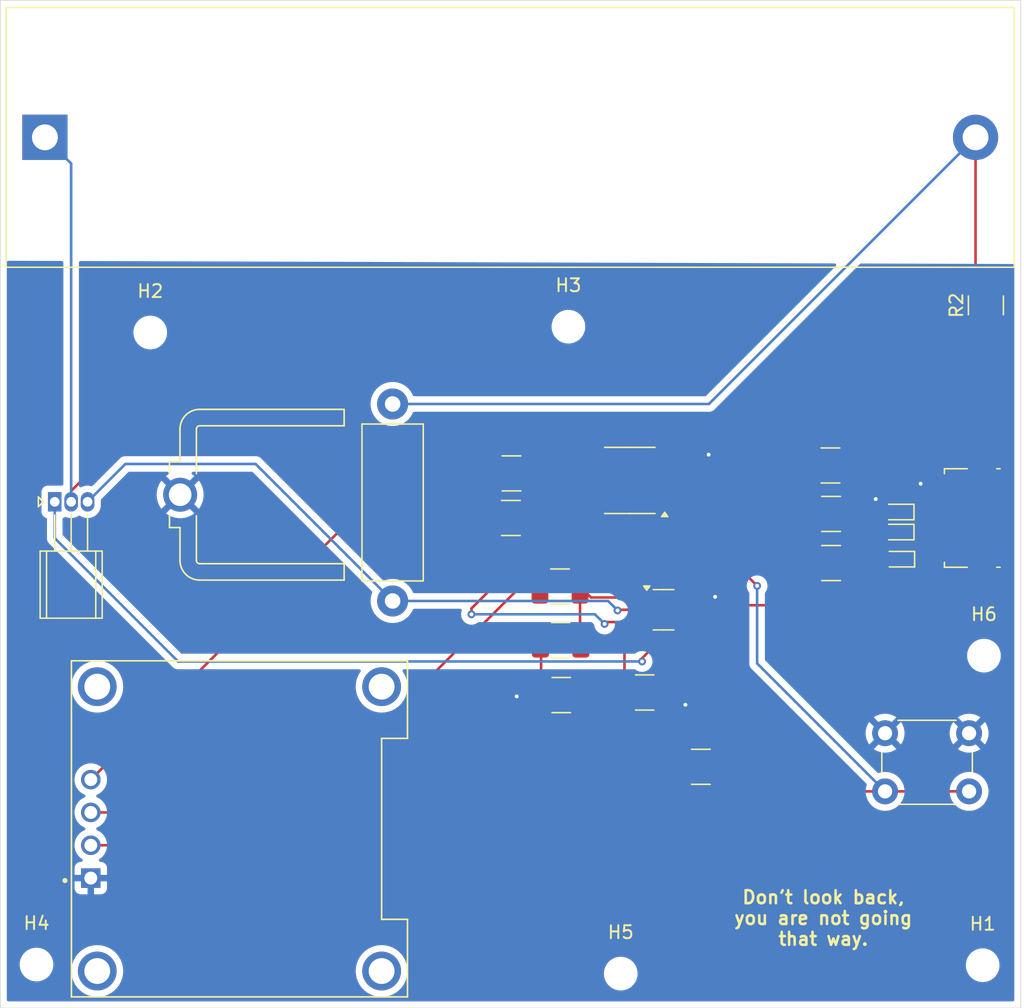
<source format=kicad_pcb>
(kicad_pcb (version 20240108) (generator "pcbnew") (generator_version "8.0")
  (title_block (title "IRS") (date "2024-10-06") (company "Prince Lee Muhera"))
  (layers (0 "F.Cu" signal) (31 "B.Cu" signal) (34 "B.Paste" user) (35 "F.Paste" user) (36 "B.SilkS" user "B.Silkscreen") (37 "F.SilkS" user "F.Silkscreen") (38 "B.Mask" user) (39 "F.Mask" user) (44 "Edge.Cuts" user))
  (net 0 "")
  (net 1 "/DP{slash}BAT+")
  (net 2 "/Battery-")
  (net 3 "/VIN")
  (net 4 "GND")
  (net 5 "Net-(U2-+)")
  (net 6 "Net-(D1-K)")
  (net 8 "Net-(Q1-S)")
  (net 9 "Net-(Q1-G)")
  (net 10 "/DN")
  (net 11 "/PWM")
  (net 12 "/SW")
  (net 13 "/SCL")
  (net 14 "/SDA")
  (net 15 "/D_N")
  (net 16 "/D_P")
  (footprint "Capacitor_SMD:C_1210_3225Metric_Pad1.33x2.70mm_HandSolder" (layer "F.Cu") (at 91.4 76.8 180)
    (property "Reference" "C3" (hide yes))
    (property "Value" "100nF/16V" (hide yes))
    (fp_line (start -0.711252 1.36) (end 0.711252 1.36) (stroke (width 0.12)) (layer "F.SilkS"))
    (fp_line (start -0.711252 -1.36) (end 0.711252 -1.36) (stroke (width 0.12)) (layer "F.SilkS"))
    (pad "1" smd roundrect (at -1.5625 0 180) (size 1.325 2.7) (layers "F.Cu" "F.Paste" "F.Mask") (roundrect_rratio 0.188679) (net 5 "Net-(U2-+)"))
    (pad "2" smd roundrect (at 1.5625 0 180) (size 1.325 2.7) (layers "F.Cu" "F.Paste" "F.Mask") (roundrect_rratio 0.188679) (net 4 "GND"))
  )
  (footprint "MountingHole:MountingHole_2.1mm" (layer "F.Cu") (at 124.05 101.95)
    (property "Reference" "H1" (at 0 -3.2 0) (layer "F.SilkS"))
    (property "Value" "MountingHole" (hide yes))
    (pad "" np_thru_hole circle (at 0 0) (size 2.1 2.1) (drill 2.1) (layers "*.Cu" "*.Mask"))
  )
  (footprint "Capacitor_SMD:C_1210_3225Metric_Pad1.33x2.70mm_HandSolder" (layer "F.Cu") (at 91.45 81.05 180)
    (property "Reference" "C1" (hide yes))
    (property "Value" "1uF/16V" (hide yes))
    (fp_line (start -0.711252 1.36) (end 0.711252 1.36) (stroke (width 0.12)) (layer "F.SilkS"))
    (fp_line (start -0.711252 -1.36) (end 0.711252 -1.36) (stroke (width 0.12)) (layer "F.SilkS"))
    (pad "1" smd roundrect (at -1.5625 0 180) (size 1.325 2.7) (layers "F.Cu" "F.Paste" "F.Mask") (roundrect_rratio 0.188679) (net 3 "/VIN"))
    (pad "2" smd roundrect (at 1.5625 0 180) (size 1.325 2.7) (layers "F.Cu" "F.Paste" "F.Mask") (roundrect_rratio 0.188679) (net 4 "GND"))
  )
  (footprint "Resistor_THT:R_Axial_DIN0414_L11.9mm_D4.5mm_P15.24mm_Horizontal" (layer "F.Cu") (at 78.4 73.77 90)
    (property "Reference" "R1" (hide yes))
    (property "Value" "0.5R-5W" (hide yes))
    (fp_line (start 13.69 -2.37) (end 1.55 -2.37) (stroke (width 0.12)) (layer "F.SilkS"))
    (fp_line (start 1.55 -2.37) (end 1.55 2.37) (stroke (width 0.12)) (layer "F.SilkS"))
    (fp_line (start 13.8 0) (end 13.69 0) (stroke (width 0.12)) (layer "F.SilkS"))
    (fp_line (start 1.44 0) (end 1.55 0) (stroke (width 0.12)) (layer "F.SilkS"))
    (fp_line (start 13.69 2.37) (end 13.69 -2.37) (stroke (width 0.12)) (layer "F.SilkS"))
    (fp_line (start 1.55 2.37) (end 13.69 2.37) (stroke (width 0.12)) (layer "F.SilkS"))
    (pad "1" thru_hole circle (at 0 0 90) (size 2.4 2.4) (drill 1.2) (layers "*.Cu" "*.Mask") (net 8 "Net-(Q1-S)"))
    (pad "2" thru_hole oval (at 15.24 0 90) (size 2.4 2.4) (drill 1.2) (layers "*.Cu" "*.Mask") (net 2 "/Battery-"))
  )
  (footprint "Diode_SMD:D_SOD-523" (layer "F.Cu") (at 117.475 66.8875 180)
    (property "Reference" "D3" (hide yes))
    (property "Value" "1N4148WT" (hide yes))
    (fp_line (start 0.7 0.6) (end -1.26 0.6) (stroke (width 0.12)) (layer "F.SilkS"))
    (fp_line (start 0.7 -0.6) (end -1.26 -0.6) (stroke (width 0.12)) (layer "F.SilkS"))
    (fp_line (start -1.26 -0.6) (end -1.26 0.6) (stroke (width 0.12)) (layer "F.SilkS"))
    (pad "1" smd roundrect (at -0.7 0) (size 0.6 0.7) (layers "F.Cu" "F.Paste" "F.Mask") (net 16 "/D_P"))
    (pad "2" smd roundrect (at 0.7 0) (size 0.6 0.7) (layers "F.Cu" "F.Paste" "F.Mask") (net 4 "GND"))
  )
  (footprint "Resistor_SMD:R_1210_3225Metric_Pad1.30x2.65mm_HandSolder" (layer "F.Cu") (at 112.325 70.8375)
    (property "Reference" "R4" (hide yes))
    (property "Value" "1k" (hide yes))
    (fp_line (start -0.723737 -1.355) (end 0.723737 -1.355) (stroke (width 0.12)) (layer "F.SilkS"))
    (fp_line (start -0.723737 1.355) (end 0.723737 1.355) (stroke (width 0.12)) (layer "F.SilkS"))
    (pad "1" smd roundrect (at -1.55 0) (size 1.3 2.65) (layers "F.Cu" "F.Paste" "F.Mask") (roundrect_rratio 0.192308) (net 10 "/DN"))
    (pad "2" smd roundrect (at 1.55 0) (size 1.3 2.65) (layers "F.Cu" "F.Paste" "F.Mask") (roundrect_rratio 0.192308) (net 3 "/VIN"))
  )
  (footprint "MountingHole:MountingHole_2.1mm" (layer "F.Cu") (at 59.65 53)
    (property "Reference" "H2" (at 0 -3.2 0) (layer "F.SilkS"))
    (property "Value" "MountingHole" (hide yes))
    (pad "" np_thru_hole circle (at 0 0) (size 2.1 2.1) (drill 2.1) (layers "*.Cu" "*.Mask"))
  )
  (footprint "Resistor_SMD:R_1210_3225Metric_Pad1.30x2.65mm_HandSolder" (layer "F.Cu") (at 91.35 72.65)
    (property "Reference" "R6" (hide yes))
    (property "Value" "100k" (hide yes))
    (fp_line (start -0.723737 -1.355) (end 0.723737 -1.355) (stroke (width 0.12)) (layer "F.SilkS"))
    (fp_line (start -0.723737 1.355) (end 0.723737 1.355) (stroke (width 0.12)) (layer "F.SilkS"))
    (pad "1" smd roundrect (at -1.55 0) (size 1.3 2.65) (layers "F.Cu" "F.Paste" "F.Mask") (roundrect_rratio 0.192308) (net 11 "/PWM"))
    (pad "2" smd roundrect (at 1.55 0) (size 1.3 2.65) (layers "F.Cu" "F.Paste" "F.Mask") (roundrect_rratio 0.192308) (net 5 "Net-(U2-+)"))
  )
  (footprint "Button_Switch_THT:SW_PUSH_6mm" (layer "F.Cu") (at 116.5 84)
    (property "Reference" "SW1" (hide yes))
    (property "Value" "SW_Push" (hide yes))
    (fp_line (start -0.25 1.5) (end -0.25 3) (stroke (width 0.12)) (layer "F.SilkS"))
    (fp_line (start 1 5.5) (end 5.5 5.5) (stroke (width 0.12)) (layer "F.SilkS"))
    (fp_line (start 5.5 -1) (end 1 -1) (stroke (width 0.12)) (layer "F.SilkS"))
    (fp_line (start 6.75 3) (end 6.75 1.5) (stroke (width 0.12)) (layer "F.SilkS"))
    (pad "1" thru_hole circle (at 0 0 90) (size 2 2) (drill 1.1) (layers "*.Cu" "*.Mask") (net 4 "GND"))
    (pad "1" thru_hole circle (at 6.5 0 90) (size 2 2) (drill 1.1) (layers "*.Cu" "*.Mask") (net 4 "GND"))
    (pad "2" thru_hole circle (at 0 4.5 90) (size 2 2) (drill 1.1) (layers "*.Cu" "*.Mask") (net 12 "/SW"))
    (pad "2" thru_hole circle (at 6.5 4.5 90) (size 2 2) (drill 1.1) (layers "*.Cu" "*.Mask") (net 12 "/SW"))
  )
  (footprint "Package_TO_SOT_THT:TO-92_Inline_W4.0mm_Horizontal_FlatSideDown" (layer "F.Cu") (at 52.26 66.1)
    (property "Reference" "Q1" (hide yes))
    (property "Value" "IRLZ44N" (hide yes))
    (fp_line (start -1.27 -0.381) (end -1.27 0.381) (stroke (width 0.12)) (layer "F.SilkS"))
    (fp_line (start -1.27 0.381) (end -0.889 0) (stroke (width 0.12)) (layer "F.SilkS"))
    (fp_line (start -1.13 3.81) (end 3.67 3.81) (stroke (width 0.12)) (layer "F.SilkS"))
    (fp_line (start -1.13 9) (end -1.13 3.81) (stroke (width 0.12)) (layer "F.SilkS"))
    (fp_line (start -0.889 0) (end -1.27 -0.381) (stroke (width 0.12)) (layer "F.SilkS"))
    (fp_line (start -0.635 3.81) (end -0.635 9.017) (stroke (width 0.12)) (layer "F.SilkS"))
    (fp_line (start 0 1.02) (end 0 3.81) (stroke (width 0.12)) (layer "F.SilkS"))
    (fp_line (start 1.27 1.02) (end 1.27 3.81) (stroke (width 0.12)) (layer "F.SilkS"))
    (fp_line (start 2.54 1.02) (end 2.54 3.81) (stroke (width 0.12)) (layer "F.SilkS"))
    (fp_line (start 3.175 3.81) (end 3.175 9.017) (stroke (width 0.12)) (layer "F.SilkS"))
    (fp_line (start 3.67 3.81) (end 3.67 9) (stroke (width 0.12)) (layer "F.SilkS"))
    (fp_line (start 3.67 9) (end -1.13 9) (stroke (width 0.12)) (layer "F.SilkS"))
    (pad "1" thru_hole rect (at 0 0) (size 1.05 1.5) (drill 0.75) (layers "*.Cu" "*.Mask") (net 9 "Net-(Q1-G)"))
    (pad "2" thru_hole oval (at 1.27 0) (size 1.05 1.5) (drill 0.75) (layers "*.Cu" "*.Mask") (net 1 "/DP{slash}BAT+"))
    (pad "3" thru_hole oval (at 2.54 0) (size 1.05 1.5) (drill 0.75) (layers "*.Cu" "*.Mask") (net 8 "Net-(Q1-S)"))
  )
  (footprint "OLED:MODULE_DM-OLED096-636" (layer "F.Cu") (at 66.55 91.4 90)
    (property "Reference" "U3" (hide yes))
    (property "Value" "DM-OLED096-636" (hide yes))
    (fp_line (start 13 -13) (end 13 13) (stroke (width 0.127)) (layer "F.SilkS"))
    (fp_line (start -13 -13) (end 13 -13) (stroke (width 0.127)) (layer "F.SilkS"))
    (fp_line (start 7 11) (end -7 11) (stroke (width 0.127)) (layer "F.SilkS"))
    (fp_line (start -7 11) (end -7 13) (stroke (width 0.127)) (layer "F.SilkS"))
    (fp_line (start 13 13) (end 7 13) (stroke (width 0.127)) (layer "F.SilkS"))
    (fp_line (start 7 13) (end 7 11) (stroke (width 0.127)) (layer "F.SilkS"))
    (fp_line (start -7 13) (end -13 13) (stroke (width 0.127)) (layer "F.SilkS"))
    (fp_line (start -13 13) (end -13 -13) (stroke (width 0.127)) (layer "F.SilkS"))
    (fp_circle (center -4 -13.5) (end -3.9 -13.5) (stroke (width 0.2)) (fill none) (layer "F.SilkS"))
    (pad "1" thru_hole rect (at -3.81 -11.5 90) (size 1.508 1.508) (drill 1) (layers "*.Cu" "*.Mask") (net 4 "GND"))
    (pad "2" thru_hole circle (at -1.27 -11.5 90) (size 1.508 1.508) (drill 1) (layers "*.Cu" "*.Mask") (net 3 "/VIN"))
    (pad "3" thru_hole circle (at 1.27 -11.5 90) (size 1.508 1.508) (drill 1) (layers "*.Cu" "*.Mask") (net 13 "/SCL"))
    (pad "4" thru_hole circle (at 3.81 -11.5 90) (size 1.508 1.508) (drill 1) (layers "*.Cu" "*.Mask") (net 14 "/SDA"))
    (pad "S1" thru_hole circle (at -11 -11 90) (size 3 3) (drill 2) (layers "*.Cu" "*.Mask"))
    (pad "S2" thru_hole circle (at 11 -11 90) (size 3 3) (drill 2) (layers "*.Cu" "*.Mask"))
    (pad "S3" thru_hole circle (at 11 11 90) (size 3 3) (drill 2) (layers "*.Cu" "*.Mask"))
    (pad "S4" thru_hole circle (at -11 11 90) (size 3 3) (drill 2) (layers "*.Cu" "*.Mask"))
  )
  (footprint "Resistor_SMD:R_1210_3225Metric_Pad1.30x2.65mm_HandSolder" (layer "F.Cu") (at 112.325 67.0375)
    (property "Reference" "R3" (hide yes))
    (property "Value" "47R" (hide yes))
    (fp_line (start -0.723737 -1.355) (end 0.723737 -1.355) (stroke (width 0.12)) (layer "F.SilkS"))
    (fp_line (start -0.723737 1.355) (end 0.723737 1.355) (stroke (width 0.12)) (layer "F.SilkS"))
    (pad "1" smd roundrect (at -1.55 0) (size 1.3 2.65) (layers "F.Cu" "F.Paste" "F.Mask") (roundrect_rratio 0.192308) (net 10 "/DN"))
    (pad "2" smd roundrect (at 1.55 0) (size 1.3 2.65) (layers "F.Cu" "F.Paste" "F.Mask") (roundrect_rratio 0.192308) (net 15 "/D_N"))
  )
  (footprint "Resistor_SMD:R_1210_3225Metric_Pad1.30x2.65mm_HandSolder" (layer "F.Cu") (at 124.3 50.9 90)
    (property "Reference" "R2" (at 0 -2.28 90) (layer "F.SilkS"))
    (property "Value" "0R" (hide yes))
    (fp_line (start -0.723737 -1.355) (end 0.723737 -1.355) (stroke (width 0.12)) (layer "F.SilkS"))
    (fp_line (start -0.723737 1.355) (end 0.723737 1.355) (stroke (width 0.12)) (layer "F.SilkS"))
    (pad "1" smd roundrect (at -1.55 0 90) (size 1.3 2.65) (layers "F.Cu" "F.Paste" "F.Mask") (roundrect_rratio 0.192308) (net 4 "GND"))
    (pad "2" smd roundrect (at 1.55 0 90) (size 1.3 2.65) (layers "F.Cu" "F.Paste" "F.Mask") (roundrect_rratio 0.192308) (net 2 "/Battery-"))
  )
  (footprint "Capacitor_SMD:C_1210_3225Metric_Pad1.33x2.70mm_HandSolder" (layer "F.Cu") (at 97.9 80.85)
    (property "Reference" "C2" (hide yes))
    (property "Value" "100nF/16V" (hide yes))
    (fp_line (start -0.711252 -1.36) (end 0.711252 -1.36) (stroke (width 0.12)) (layer "F.SilkS"))
    (fp_line (start -0.711252 1.36) (end 0.711252 1.36) (stroke (width 0.12)) (layer "F.SilkS"))
    (pad "1" smd roundrect (at -1.5625 0) (size 1.325 2.7) (layers "F.Cu" "F.Paste" "F.Mask") (roundrect_rratio 0.188679) (net 3 "/VIN"))
    (pad "2" smd roundrect (at 1.5625 0) (size 1.325 2.7) (layers "F.Cu" "F.Paste" "F.Mask") (roundrect_rratio 0.188679) (net 4 "GND"))
  )
  (footprint "MountingHole:MountingHole_2.1mm" (layer "F.Cu") (at 92 52.55)
    (property "Reference" "H3" (at 0 -3.2 0) (layer "F.SilkS"))
    (property "Value" "MountingHole" (hide yes))
    (pad "" np_thru_hole circle (at 0 0) (size 2.1 2.1) (drill 2.1) (layers "*.Cu" "*.Mask"))
  )
  (footprint "MountingHole:MountingHole_2.1mm" (layer "F.Cu") (at 124.15 78)
    (property "Reference" "H6" (at 0 -3.2 0) (layer "F.SilkS"))
    (property "Value" "MountingHole" (hide yes))
    (pad "" np_thru_hole circle (at 0 0) (size 2.1 2.1) (drill 2.1) (layers "*.Cu" "*.Mask"))
  )
  (footprint "MountingHole:MountingHole_2.1mm" (layer "F.Cu") (at 50.85 101.9)
    (property "Reference" "H4" (at 0 -3.2 0) (layer "F.SilkS"))
    (property "Value" "MountingHole" (hide yes))
    (pad "" np_thru_hole circle (at 0 0) (size 2.1 2.1) (drill 2.1) (layers "*.Cu" "*.Mask"))
  )
  (footprint "Package_TO_SOT_SMD:SOT-23-5" (layer "F.Cu") (at 99.3625 74.45)
    (property "Reference" "U2" (hide yes))
    (property "Value" "LM1875" (hide yes))
    (fp_line (start 0 -1.56) (end -0.8 -1.56) (stroke (width 0.12)) (layer "F.SilkS"))
    (fp_line (start 0 -1.56) (end 0.8 -1.56) (stroke (width 0.12)) (layer "F.SilkS"))
    (fp_line (start 0 1.56) (end -0.8 1.56) (stroke (width 0.12)) (layer "F.SilkS"))
    (fp_line (start 0 1.56) (end 0.8 1.56) (stroke (width 0.12)) (layer "F.SilkS"))
    (fp_poly (pts (xy -1.3 -1.51) (xy -1.54 -1.84) (xy -1.06 -1.84) (xy -1.3 -1.51)) (stroke (width 0.12)) (fill solid) (layer "F.SilkS"))
    (pad "1" smd roundrect (at -1.1375 -0.95) (size 1.325 0.6) (layers "F.Cu" "F.Paste" "F.Mask") (net 5 "Net-(U2-+)"))
    (pad "2" smd roundrect (at -1.1375 0) (size 1.325 0.6) (layers "F.Cu" "F.Paste" "F.Mask") (net 8 "Net-(Q1-S)"))
    (pad "3" smd roundrect (at -1.1375 0.95) (size 1.325 0.6) (layers "F.Cu" "F.Paste" "F.Mask") (net 3 "/VIN"))
    (pad "4" smd roundrect (at 1.1375 0.95) (size 1.325 0.6) (layers "F.Cu" "F.Paste" "F.Mask") (net 9 "Net-(Q1-G)"))
    (pad "5" smd roundrect (at 1.1375 -0.95) (size 1.325 0.6) (layers "F.Cu" "F.Paste" "F.Mask") (net 4 "GND"))
  )
  (footprint "Resistor_SMD:R_1210_3225Metric_Pad1.30x2.65mm_HandSolder" (layer "F.Cu") (at 87.55 67.35 180)
    (property "Reference" "R8" (hide yes))
    (property "Value" "4.7k" (hide yes))
    (fp_line (start -0.723737 1.355) (end 0.723737 1.355) (stroke (width 0.12)) (layer "F.SilkS"))
    (fp_line (start -0.723737 -1.355) (end 0.723737 -1.355) (stroke (width 0.12)) (layer "F.SilkS"))
    (pad "1" smd roundrect (at -1.55 0 180) (size 1.3 2.65) (layers "F.Cu" "F.Paste" "F.Mask") (roundrect_rratio 0.192308) (net 13 "/SCL"))
    (pad "2" smd roundrect (at 1.55 0 180) (size 1.3 2.65) (layers "F.Cu" "F.Paste" "F.Mask") (roundrect_rratio 0.192308) (net 3 "/VIN"))
  )
  (footprint "Resistor_SMD:R_1210_3225Metric_Pad1.30x2.65mm_HandSolder" (layer "F.Cu") (at 112.275 63.2875)
    (property "Reference" "R5" (hide yes))
    (property "Value" "47R" (hide yes))
    (fp_line (start -0.723737 -1.355) (end 0.723737 -1.355) (stroke (width 0.12)) (layer "F.SilkS"))
    (fp_line (start -0.723737 1.355) (end 0.723737 1.355) (stroke (width 0.12)) (layer "F.SilkS"))
    (pad "1" smd roundrect (at -1.55 0) (size 1.3 2.65) (layers "F.Cu" "F.Paste" "F.Mask") (roundrect_rratio 0.192308) (net 1 "/DP{slash}BAT+"))
    (pad "2" smd roundrect (at 1.55 0) (size 1.3 2.65) (layers "F.Cu" "F.Paste" "F.Mask") (roundrect_rratio 0.192308) (net 16 "/D_P"))
  )
  (footprint "Resistor_SMD:R_1210_3225Metric_Pad1.30x2.65mm_HandSolder" (layer "F.Cu") (at 87.6 63.9)
    (property "Reference" "R9" (hide yes))
    (property "Value" "4.7k" (hide yes))
    (fp_line (start -0.723737 -1.355) (end 0.723737 -1.355) (stroke (width 0.12)) (layer "F.SilkS"))
    (fp_line (start -0.723737 1.355) (end 0.723737 1.355) (stroke (width 0.12)) (layer "F.SilkS"))
    (pad "1" smd roundrect (at -1.55 0) (size 1.3 2.65) (layers "F.Cu" "F.Paste" "F.Mask") (roundrect_rratio 0.192308) (net 3 "/VIN"))
    (pad "2" smd roundrect (at 1.55 0) (size 1.3 2.65) (layers "F.Cu" "F.Paste" "F.Mask") (roundrect_rratio 0.192308) (net 14 "/SDA"))
  )
  (footprint "Diode_SMD:D_SOD-523" (layer "F.Cu") (at 117.475 68.4375 180)
    (property "Reference" "D2" (hide yes))
    (property "Value" "1N4148WT" (hide yes))
    (fp_line (start 0.7 0.6) (end -1.26 0.6) (stroke (width 0.12)) (layer "F.SilkS"))
    (fp_line (start 0.7 -0.6) (end -1.26 -0.6) (stroke (width 0.12)) (layer "F.SilkS"))
    (fp_line (start -1.26 -0.6) (end -1.26 0.6) (stroke (width 0.12)) (layer "F.SilkS"))
    (pad "1" smd roundrect (at -0.7 0) (size 0.6 0.7) (layers "F.Cu" "F.Paste" "F.Mask") (net 15 "/D_N"))
    (pad "2" smd roundrect (at 0.7 0) (size 0.6 0.7) (layers "F.Cu" "F.Paste" "F.Mask") (net 4 "GND"))
  )
  (footprint "Resistor_SMD:R_1210_3225Metric_Pad1.30x2.65mm_HandSolder" (layer "F.Cu") (at 102.25 86.6 180)
    (property "Reference" "R7" (hide yes))
    (property "Value" "4.7k" (hide yes))
    (fp_line (start -0.723737 1.355) (end 0.723737 1.355) (stroke (width 0.12)) (layer "F.SilkS"))
    (fp_line (start -0.723737 -1.355) (end 0.723737 -1.355) (stroke (width 0.12)) (layer "F.SilkS"))
    (pad "1" smd roundrect (at -1.55 0 180) (size 1.3 2.65) (layers "F.Cu" "F.Paste" "F.Mask") (roundrect_rratio 0.192308) (net 12 "/SW"))
    (pad "2" smd roundrect (at 1.55 0 180) (size 1.3 2.65) (layers "F.Cu" "F.Paste" "F.Mask") (roundrect_rratio 0.192308) (net 3 "/VIN"))
  )
  (footprint "Battery:BatteryHolder_MPD_BH-18650-PC2" (layer "F.Cu") (at 51.5 37.9)
    (property "Reference" "BT1" (hide yes))
    (property "Value" "Battery_Cell")
    (fp_line (start -3 -10.05) (end 75 -10.05) (stroke (width 0.12)) (layer "F.SilkS"))
    (fp_line (start -3 10.05) (end -3 -10.05) (stroke (width 0.12)) (layer "F.SilkS"))
    (fp_line (start 75 -10.05) (end 75 10.05) (stroke (width 0.12)) (layer "F.SilkS"))
    (fp_line (start 75 10.05) (end -3 10.05) (stroke (width 0.12)) (layer "F.SilkS"))
    (pad "" np_thru_hole circle (at 8.645 0) (size 3.2 3.2) (drill 3.2) (layers "*.Cu" "*.Mask"))
    (pad "" np_thru_hole circle (at 64.255 0) (size 3.2 3.2) (drill 3.2) (layers "*.Cu" "*.Mask"))
    (pad "1" thru_hole rect (at 0 0) (size 3.5 3.5) (drill 2) (layers "*.Cu" "*.Mask") (net 1 "/DP{slash}BAT+"))
    (pad "2" thru_hole circle (at 72 0) (size 3.5 3.5) (drill 2) (layers "*.Cu" "*.Mask") (net 2 "/Battery-"))
  )
  (footprint "MountingHole:MountingHole_2.1mm" (layer "F.Cu") (at 96.05 102.6)
    (property "Reference" "H5" (at 0 -3.2 0) (layer "F.SilkS"))
    (property "Value" "MountingHole" (hide yes))
    (pad "" np_thru_hole circle (at 0 0) (size 2.1 2.1) (drill 2.1) (layers "*.Cu" "*.Mask"))
  )
  (footprint "Package_SO:SOIC-8_3.9x4.9mm_P1.27mm" (layer "F.Cu") (at 96.75 64.445 180)
    (property "Reference" "U1" (hide yes))
    (property "Value" "ATtiny85V-10S" (hide yes))
    (fp_line (start 0 2.56) (end 1.95 2.56) (stroke (width 0.12)) (layer "F.SilkS"))
    (fp_line (start 0 2.56) (end -1.95 2.56) (stroke (width 0.12)) (layer "F.SilkS"))
    (fp_line (start 0 -2.56) (end 1.95 -2.56) (stroke (width 0.12)) (layer "F.SilkS"))
    (fp_line (start 0 -2.56) (end -1.95 -2.56) (stroke (width 0.12)) (layer "F.SilkS"))
    (fp_poly (pts (xy -2.7 -2.465) (xy -2.94 -2.795) (xy -2.46 -2.795) (xy -2.7 -2.465)) (stroke (width 0.12)) (fill solid) (layer "F.SilkS"))
    (pad "1" smd roundrect (at -2.475 -1.905 180) (size 1.95 0.6) (layers "F.Cu" "F.Paste" "F.Mask") (net 12 "/SW"))
    (pad "2" smd roundrect (at -2.475 -0.635 180) (size 1.95 0.6) (layers "F.Cu" "F.Paste" "F.Mask") (net 10 "/DN"))
    (pad "3" smd roundrect (at -2.475 0.635 180) (size 1.95 0.6) (layers "F.Cu" "F.Paste" "F.Mask") (net 1 "/DP{slash}BAT+"))
    (pad "4" smd roundrect (at -2.475 1.905 180) (size 1.95 0.6) (layers "F.Cu" "F.Paste" "F.Mask") (net 4 "GND"))
    (pad "5" smd roundrect (at 2.475 1.905 180) (size 1.95 0.6) (layers "F.Cu" "F.Paste" "F.Mask") (net 14 "/SDA"))
    (pad "6" smd roundrect (at 2.475 0.635 180) (size 1.95 0.6) (layers "F.Cu" "F.Paste" "F.Mask") (net 11 "/PWM"))
    (pad "7" smd roundrect (at 2.475 -0.635 180) (size 1.95 0.6) (layers "F.Cu" "F.Paste" "F.Mask") (net 13 "/SCL"))
    (pad "8" smd roundrect (at 2.475 -1.905 180) (size 1.95 0.6) (layers "F.Cu" "F.Paste" "F.Mask") (net 3 "/VIN"))
  )
  (footprint "Heatsink_02:HSINK_577202B04000G" (layer "F.Cu") (at 61.9626 65.55 -90)
    (property "Reference" "HS1" (hide yes))
    (property "Value" "Heatsink_Pad" (hide yes))
    (fp_line (start -2.54 0.8255) (end -1.626 0.8255) (stroke (width 0.127)) (layer "F.SilkS"))
    (fp_line (start 1.626 0.8255) (end 2.54 0.8255) (stroke (width 0.127)) (layer "F.SilkS"))
    (fp_line (start 2.54 0.8255) (end 2.54 0.0127) (stroke (width 0.127)) (layer "F.SilkS"))
    (fp_line (start -5.08 0.0127) (end -2.54 0.0127) (stroke (width 0.127)) (layer "F.SilkS"))
    (fp_line (start -2.54 0.0127) (end -2.54 0.8255) (stroke (width 0.127)) (layer "F.SilkS"))
    (fp_line (start 2.54 0.0127) (end 5.08 0.0127) (stroke (width 0.127)) (layer "F.SilkS"))
    (fp_line (start -1.626 -1.2573) (end -5.08 -1.2573) (stroke (width 0.127)) (layer "F.SilkS"))
    (fp_line (start 5.08 -1.2573) (end 1.625 -1.2573) (stroke (width 0.127)) (layer "F.SilkS"))
    (fp_line (start -5.334 -1.5113) (end -5.334 -12.6873) (stroke (width 0.127)) (layer "F.SilkS"))
    (fp_line (start 6.604 -1.5113) (end 6.604 -12.6873) (stroke (width 0.127)) (layer "F.SilkS"))
    (fp_line (start -6.604 -12.6873) (end -6.604 -1.5113) (stroke (width 0.127)) (layer "F.SilkS"))
    (fp_line (start -5.334 -12.6873) (end -6.604 -12.6873) (stroke (width 0.127)) (layer "F.SilkS"))
    (fp_line (start 5.334 -12.6873) (end 5.334 -1.5113) (stroke (width 0.127)) (layer "F.SilkS"))
    (fp_line (start 6.604 -12.6873) (end 5.334 -12.6873) (stroke (width 0.127)) (layer "F.SilkS"))
    (fp_arc (start -5.08 0.0127) (mid -6.157631 -0.433669) (end -6.604 -1.5113) (stroke (width 0.127)) (layer "F.SilkS"))
    (fp_arc (start -5.08 -1.2573) (mid -5.259605 -1.331695) (end -5.334 -1.5113) (stroke (width 0.127)) (layer "F.SilkS"))
    (fp_arc (start 5.334 -1.5113) (mid 5.259605 -1.331695) (end 5.08 -1.2573) (stroke (width 0.127)) (layer "F.SilkS"))
    (fp_arc (start 6.604 -1.5113) (mid 6.157631 -0.433669) (end 5.08 0.0127) (stroke (width 0.127)) (layer "F.SilkS"))
    (pad "1" thru_hole circle (at 0 0 270) (size 2.625 2.625) (drill 1.75) (layers "*.Cu" "*.Mask") (net 4 "GND"))
  )
  (footprint "Connector_USB:USB_Micro-B_Molex_47346-0001" (layer "F.Cu") (at 122.8 67.35 90)
    (property "Reference" "J1" (hide yes))
    (property "Value" "USB_B_Micro" (hide yes))
    (fp_line (start 3.81 -1.71) (end 3.43 -1.71) (stroke (width 0.12)) (layer "F.SilkS"))
    (fp_line (start 3.81 -1.71) (end 3.81 0.06) (stroke (width 0.12)) (layer "F.SilkS"))
    (fp_line (start -3.81 -1.71) (end -3.43 -1.71) (stroke (width 0.12)) (layer "F.SilkS"))
    (fp_line (start -3.81 0.06) (end -3.81 -1.71) (stroke (width 0.12)) (layer "F.SilkS"))
    (fp_line (start 3.81 2.34) (end 3.81 2.6) (stroke (width 0.12)) (layer "F.SilkS"))
    (fp_line (start -3.81 2.6) (end -3.81 2.34) (stroke (width 0.12)) (layer "F.SilkS"))
    (pad "1" smd rect (at -1.3 -1.46 90) (size 0.45 1.38) (layers "F.Cu" "F.Paste" "F.Mask") (net 6 "Net-(D1-K)"))
    (pad "2" smd rect (at -0.65 -1.46 90) (size 0.45 1.38) (layers "F.Cu" "F.Paste" "F.Mask") (net 15 "/D_N"))
    (pad "3" smd rect (at 0 -1.46 90) (size 0.45 1.38) (layers "F.Cu" "F.Paste" "F.Mask") (net 16 "/D_P"))
    (pad "4" smd rect (at 0.65 -1.46 90) (size 0.45 1.38) (layers "F.Cu" "F.Paste" "F.Mask"))
    (pad "5" smd rect (at 1.3 -1.46 90) (size 0.45 1.38) (layers "F.Cu" "F.Paste" "F.Mask") (net 4 "GND"))
    (pad "6" smd rect (at -3.375 1.2 90) (size 1.65 1.3) (layers "F.Cu" "F.Paste" "F.Mask") (net 4 "GND"))
    (pad "6" smd rect (at -2.4875 -1.375 90) (size 1.425 1.55) (layers "F.Cu" "F.Paste" "F.Mask") (net 4 "GND"))
    (pad "6" smd rect (at -1.15 1.2 90) (size 1.8 1.9) (layers "F.Cu" "F.Paste" "F.Mask") (net 4 "GND"))
    (pad "6" smd rect (at 1.55 1.2 90) (size 1 1.9) (layers "F.Cu" "F.Paste" "F.Mask") (net 4 "GND"))
    (pad "6" smd rect (at 2.4875 -1.375 90) (size 1.425 1.55) (layers "F.Cu" "F.Paste" "F.Mask") (net 4 "GND"))
    (pad "6" smd rect (at 3.375 1.2 90) (size 1.65 1.3) (layers "F.Cu" "F.Paste" "F.Mask") (net 4 "GND"))
  )
  (footprint "Diode_SMD:D_SOD-523" (layer "F.Cu") (at 117.525 70.5375 180)
    (property "Reference" "D1" (hide yes))
    (property "Value" "1N4148WT" (hide yes))
    (fp_line (start 0.7 0.6) (end -1.26 0.6) (stroke (width 0.12)) (layer "F.SilkS"))
    (fp_line (start 0.7 -0.6) (end -1.26 -0.6) (stroke (width 0.12)) (layer "F.SilkS"))
    (fp_line (start -1.26 -0.6) (end -1.26 0.6) (stroke (width 0.12)) (layer "F.SilkS"))
    (pad "1" smd roundrect (at -0.7 0) (size 0.6 0.7) (layers "F.Cu" "F.Paste" "F.Mask") (net 6 "Net-(D1-K)"))
    (pad "2" smd roundrect (at 0.7 0) (size 0.6 0.7) (layers "F.Cu" "F.Paste" "F.Mask") (net 3 "/VIN"))
  )
  (gr_rect (start 48.05 27.3) (end 127 105.25) (stroke (width 0.05)) (fill none) (layer "Edge.Cuts"))
  (gr_text "Don't look back, \nyou are not going \nthat way. " (at 112.1 100.5 0) (layer "F.SilkS") (effects (font (size 1 1) (thickness 0.2) (bold yes)) (justify bottom)))
  (segment (start 110.2025 63.81) (end 110.725 63.2875) (width 0.2) (layer "F.Cu") (net 1))
  (segment (start 97.160552 63.81) (end 95.225552 61.875) (width 0.2) (layer "F.Cu") (net 1))
  (segment (start 99.225 63.81) (end 110.2025 63.81) (width 0.2) (layer "F.Cu") (net 1))
  (segment (start 95.225552 61.875) (end 56.91 61.875) (width 0.2) (layer "F.Cu") (net 1))
  (segment (start 99.225 63.81) (end 97.160552 63.81) (width 0.2) (layer "F.Cu") (net 1))
  (segment (start 56.91 61.875) (end 53.53 65.255) (width 0.2) (layer "F.Cu") (net 1))
  (segment (start 53.53 65.255) (end 53.53 66.1) (width 0.2) (layer "F.Cu") (net 1))
  (segment (start 53.53 39.93) (end 51.5 37.9) (width 0.2) (layer "B.Cu") (net 1))
  (segment (start 53.53 66.1) (end 53.53 39.93) (width 0.2) (layer "B.Cu") (net 1))
  (segment (start 50.2 39.2) (end 51.5 37.9) (width 0.2) (layer "B.Cu") (net 1))
  (segment (start 123.5 48.55) (end 123.5 37.9) (width 0.2) (layer "F.Cu") (net 2))
  (segment (start 124.3 49.35) (end 123.5 48.55) (width 0.2) (layer "F.Cu") (net 2))
  (segment (start 78.4 58.53) (end 102.87 58.53) (width 0.2) (layer "B.Cu") (net 2))
  (segment (start 102.87 58.53) (end 123.5 37.9) (width 0.2) (layer "B.Cu") (net 2))
  (segment (start 96.3375 80.85) (end 96.3375 82.2375) (width 0.2) (layer "F.Cu") (net 3))
  (segment (start 100.496948 74.1) (end 110.6125 74.1) (width 0.2) (layer "F.Cu") (net 3))
  (segment (start 94.63 92.67) (end 100.7 86.6) (width 0.2) (layer "F.Cu") (net 3))
  (segment (start 86 72.85) (end 86 67.35) (width 0.2) (layer "F.Cu") (net 3))
  (segment (start 110.6125 74.1) (end 113.875 70.8375) (width 0.2) (layer "F.Cu") (net 3))
  (segment (start 84.5 74.35) (end 86 72.85) (width 0.2) (layer "F.Cu") (net 3))
  (segment (start 96.2 80.85) (end 96 81.05) (width 0.2) (layer "F.Cu") (net 3))
  (segment (start 93.65 65.725) (end 94.275 66.35) (width 0.2) (layer "F.Cu") (net 3))
  (segment (start 94.95 75.4) (end 94.8 75.55) (width 0.2) (layer "F.Cu") (net 3))
  (segment (start 99.196948 75.4) (end 100.496948 74.1) (width 0.2) (layer "F.Cu") (net 3))
  (segment (start 116.525 70.8375) (end 116.825 70.5375) (width 0.2) (layer "F.Cu") (net 3))
  (segment (start 113.875 70.8375) (end 116.525 70.8375) (width 0.2) (layer "F.Cu") (net 3))
  (segment (start 86 63.95) (end 86.05 63.9) (width 0.2) (layer "F.Cu") (net 3))
  (segment (start 98.225 75.4) (end 96.3375 77.2875) (width 0.2) (layer "F.Cu") (net 3))
  (segment (start 86 67.35) (end 87.625 65.725) (width 0.2) (layer "F.Cu") (net 3))
  (segment (start 96.3375 80.85) (end 96.2 80.85) (width 0.2) (layer "F.Cu") (net 3))
  (segment (start 55.05 92.67) (end 94.63 92.67) (width 0.2) (layer "F.Cu") (net 3))
  (segment (start 87.625 65.725) (end 93.65 65.725) (width 0.2) (layer "F.Cu") (net 3))
  (segment (start 96.3375 82.2375) (end 100.7 86.6) (width 0.2) (layer "F.Cu") (net 3))
  (segment (start 98.225 75.4) (end 94.95 75.4) (width 0.2) (layer "F.Cu") (net 3))
  (segment (start 84.5 74.8) (end 84.5 74.35) (width 0.2) (layer "F.Cu") (net 3))
  (segment (start 86 67.35) (end 86 63.95) (width 0.2) (layer "F.Cu") (net 3))
  (segment (start 96.3375 77.2875) (end 96.3375 80.85) (width 0.2) (layer "F.Cu") (net 3))
  (segment (start 96 81.05) (end 93.0125 81.05) (width 0.2) (layer "F.Cu") (net 3))
  (segment (start 98.225 75.4) (end 99.196948 75.4) (width 0.2) (layer "F.Cu") (net 3))
  (via (at 94.8 75.55) (size 0.6) (drill 0.3) (layers "F.Cu" "B.Cu") (net 3))
  (via (at 84.5 74.8) (size 0.6) (drill 0.3) (layers "F.Cu" "B.Cu") (net 3))
  (segment (start 94.8 75.55) (end 94.05 74.8) (width 0.2) (layer "B.Cu") (net 3))
  (segment (start 94.05 74.8) (end 84.5 74.8) (width 0.2) (layer "B.Cu") (net 3))
  (segment (start 89.8875 81.05) (end 89.8875 76.85) (width 0.2) (layer "F.Cu") (net 4))
  (segment (start 89.8875 76.85) (end 89.8375 76.8) (width 0.2) (layer "F.Cu") (net 4))
  (segment (start 122.3125 70.725) (end 121.425 69.8375) (width 0.2) (layer "F.Cu") (net 4))
  (segment (start 116.775 66.8875) (end 115.775 65.8875) (width 0.2) (layer "F.Cu") (net 4))
  (segment (start 102.76 62.54) (end 99.225 62.54) (width 0.2) (layer "F.Cu") (net 4))
  (segment (start 103.3 73.5) (end 103.35 73.45) (width 0.2) (layer "F.Cu") (net 4))
  (segment (start 100.5 73.5) (end 103.3 73.5) (width 0.2) (layer "F.Cu") (net 4))
  (segment (start 124 65.8) (end 124 63.975) (width 0.2) (layer "F.Cu") (net 4))
  (segment (start 89.8875 81.05) (end 88.1 81.05) (width 0.2) (layer "F.Cu") (net 4))
  (segment (start 121.425 64.8625) (end 119.4125 64.8625) (width 0.2) (layer "F.Cu") (net 4))
  (segment (start 124.3 63.675) (end 124 63.975) (width 0.2) (layer "F.Cu") (net 4))
  (segment (start 124.3 52.45) (end 124.3 63.675) (width 0.2) (layer "F.Cu") (net 4))
  (segment (start 119.4125 64.8625) (end 119.25 64.7) (width 0.2) (layer "F.Cu") (net 4))
  (segment (start 123.0625 64.8625) (end 124 65.8) (width 0.2) (layer "F.Cu") (net 4))
  (segment (start 100.1 80.85) (end 101.05 81.8) (width 0.2) (layer "F.Cu") (net 4))
  (segment (start 121.425 64.8625) (end 121.425 65.965) (width 0.2) (layer "F.Cu") (net 4))
  (segment (start 124 68.5) (end 124 70.725) (width 0.2) (layer "F.Cu") (net 4))
  (segment (start 102.85 62.45) (end 102.76 62.54) (width 0.2) (layer "F.Cu") (net 4))
  (segment (start 99.4625 80.85) (end 100.1 80.85) (width 0.2) (layer "F.Cu") (net 4))
  (segment (start 88.1 81.05) (end 88 81.15) (width 0.2) (layer "F.Cu") (net 4))
  (segment (start 121.425 65.965) (end 121.34 66.05) (width 0.2) (layer "F.Cu") (net 4))
  (segment (start 124 70.725) (end 122.3125 70.725) (width 0.2) (layer "F.Cu") (net 4))
  (segment (start 116.775 68.4375) (end 116.775 66.8875) (width 0.2) (layer "F.Cu") (net 4))
  (segment (start 124 65.8) (end 124 68.5) (width 0.2) (layer "F.Cu") (net 4))
  (segment (start 121.425 64.8625) (end 123.0625 64.8625) (width 0.2) (layer "F.Cu") (net 4))
  (via (at 115.775 65.8875) (size 0.6) (drill 0.3) (layers "F.Cu" "B.Cu") (net 4))
  (via (at 119.25 64.7) (size 0.6) (drill 0.3) (layers "F.Cu" "B.Cu") (net 4))
  (via (at 101.05 81.8) (size 0.6) (drill 0.3) (layers "F.Cu" "B.Cu") (net 4))
  (via (at 102.85 62.45) (size 0.6) (drill 0.3) (layers "F.Cu" "B.Cu") (net 4))
  (via (at 88 81.15) (size 0.6) (drill 0.3) (layers "F.Cu" "B.Cu") (net 4))
  (via (at 103.35 73.45) (size 0.6) (drill 0.3) (layers "F.Cu" "B.Cu") (net 4))
  (segment (start 93.75 73.5) (end 92.9 72.65) (width 0.2) (layer "F.Cu") (net 5))
  (segment (start 98.225 73.5) (end 93.75 73.5) (width 0.2) (layer "F.Cu") (net 5))
  (segment (start 92.9 72.65) (end 92.9 76.7375) (width 0.2) (layer "F.Cu") (net 5))
  (segment (start 92.9 76.7375) (end 92.9625 76.8) (width 0.2) (layer "F.Cu") (net 5))
  (segment (start 118.225 70.5375) (end 118.6375 70.5375) (width 0.2) (layer "F.Cu") (net 6))
  (segment (start 118.6375 70.5375) (end 120.525 68.65) (width 0.2) (layer "F.Cu") (net 6))
  (segment (start 120.525 68.65) (end 121.34 68.65) (width 0.2) (layer "F.Cu") (net 6))
  (segment (start 95.85 74.45) (end 95.8 74.5) (width 0.2) (layer "F.Cu") (net 8))
  (segment (start 98.225 74.45) (end 95.85 74.45) (width 0.2) (layer "F.Cu") (net 8))
  (via (at 95.8 74.5) (size 0.6) (drill 0.3) (layers "F.Cu" "B.Cu") (net 8))
  (segment (start 78.4 73.77) (end 67.8 63.17) (width 0.2) (layer "B.Cu") (net 8))
  (segment (start 54.8 66.1) (end 57.73 63.17) (width 0.2) (layer "B.Cu") (net 8))
  (segment (start 57.73 63.17) (end 67.8 63.17) (width 0.2) (layer "B.Cu") (net 8))
  (segment (start 95.8 74.5) (end 95.07 73.77) (width 0.2) (layer "B.Cu") (net 8))
  (segment (start 95.07 73.77) (end 78.4 73.77) (width 0.2) (layer "B.Cu") (net 8))
  (segment (start 97.7 78.2) (end 97.7 78.45) (width 0.2) (layer "F.Cu") (net 9))
  (segment (start 100.5 75.4) (end 97.7 78.2) (width 0.2) (layer "F.Cu") (net 9))
  (via (at 97.7 78.45) (size 0.6) (drill 0.3) (layers "F.Cu" "B.Cu") (net 9))
  (segment (start 97.7 78.45) (end 61.8 78.45) (width 0.2) (layer "B.Cu") (net 9))
  (segment (start 61.8 78.45) (end 52.26 68.91) (width 0.2) (layer "B.Cu") (net 9))
  (segment (start 52.26 68.91) (end 52.26 66.1) (width 0.2) (layer "B.Cu") (net 9))
  (segment (start 99.225 65.08) (end 108.8175 65.08) (width 0.2) (layer "F.Cu") (net 10))
  (segment (start 108.8175 65.08) (end 110.775 67.0375) (width 0.2) (layer "F.Cu") (net 10))
  (segment (start 110.775 70.8375) (end 110.775 67.0375) (width 0.2) (layer "F.Cu") (net 10))
  (segment (start 95.95 66.856237) (end 95.95 64.35) (width 0.2) (layer "F.Cu") (net 11))
  (segment (start 95.95 64.35) (end 95.41 63.81) (width 0.2) (layer "F.Cu") (net 11))
  (segment (start 89.8 72.65) (end 90.156237 72.65) (width 0.2) (layer "F.Cu") (net 11))
  (segment (start 95.41 63.81) (end 94.275 63.81) (width 0.2) (layer "F.Cu") (net 11))
  (segment (start 90.156237 72.65) (end 95.95 66.856237) (width 0.2) (layer "F.Cu") (net 11))
  (segment (start 116.5 88.5) (end 123 88.5) (width 0.2) (layer "F.Cu") (net 12))
  (segment (start 100.35 66.35) (end 106.6 72.6) (width 0.2) (layer "F.Cu") (net 12))
  (segment (start 103.8 86.6) (end 105.7 88.5) (width 0.2) (layer "F.Cu") (net 12))
  (segment (start 105.7 88.5) (end 116.5 88.5) (width 0.2) (layer "F.Cu") (net 12))
  (segment (start 99.225 66.35) (end 100.35 66.35) (width 0.2) (layer "F.Cu") (net 12))
  (via (at 106.6 72.6) (size 0.6) (drill 0.3) (layers "F.Cu" "B.Cu") (net 12))
  (segment (start 106.6 78.6) (end 116.5 88.5) (width 0.2) (layer "B.Cu") (net 12))
  (segment (start 106.6 72.6) (end 106.6 78.6) (width 0.2) (layer "B.Cu") (net 12))
  (segment (start 55.05 90.13) (end 70.82 90.13) (width 0.2) (layer "F.Cu") (net 13))
  (segment (start 95.55 66.690552) (end 95.55 65.3) (width 0.2) (layer "F.Cu") (net 13))
  (segment (start 95.33 65.08) (end 94.275 65.08) (width 0.2) (layer "F.Cu") (net 13))
  (segment (start 88.85 72.1) (end 88.85 67.6) (width 0.2) (layer "F.Cu") (net 13))
  (segment (start 89.1 67.35) (end 94.890552 67.35) (width 0.2) (layer "F.Cu") (net 13))
  (segment (start 88.85 67.6) (end 89.1 67.35) (width 0.2) (layer "F.Cu") (net 13))
  (segment (start 95.55 65.3) (end 95.33 65.08) (width 0.2) (layer "F.Cu") (net 13))
  (segment (start 70.82 90.13) (end 88.85 72.1) (width 0.2) (layer "F.Cu") (net 13))
  (segment (start 94.890552 67.35) (end 95.55 66.690552) (width 0.2) (layer "F.Cu") (net 13))
  (segment (start 89.15 63.9) (end 90.51 62.54) (width 0.2) (layer "F.Cu") (net 14))
  (segment (start 80.365 62.275) (end 87.525 62.275) (width 0.2) (layer "F.Cu") (net 14))
  (segment (start 87.525 62.275) (end 89.15 63.9) (width 0.2) (layer "F.Cu") (net 14))
  (segment (start 90.51 62.54) (end 94.275 62.54) (width 0.2) (layer "F.Cu") (net 14))
  (segment (start 55.05 87.59) (end 80.365 62.275) (width 0.2) (layer "F.Cu") (net 14))
  (segment (start 121.201397 68.125) (end 120.3375 68.125) (width 0.2) (layer "F.Cu") (net 15))
  (segment (start 117.325 69.2875) (end 118.175 68.4375) (width 0.2) (layer "F.Cu") (net 15))
  (segment (start 120.3375 68.125) (end 120.025 68.4375) (width 0.2) (layer "F.Cu") (net 15))
  (segment (start 113.875 67.0375) (end 116.125 69.2875) (width 0.2) (layer "F.Cu") (net 15))
  (segment (start 120.025 68.4375) (end 118.175 68.4375) (width 0.2) (layer "F.Cu") (net 15))
  (segment (start 121.326397 68) (end 121.201397 68.125) (width 0.2) (layer "F.Cu") (net 15))
  (segment (start 121.34 68) (end 121.326397 68) (width 0.2) (layer "F.Cu") (net 15))
  (segment (start 116.125 69.2875) (end 117.325 69.2875) (width 0.2) (layer "F.Cu") (net 15))
  (segment (start 119.975 66.8875) (end 118.175 66.8875) (width 0.2) (layer "F.Cu") (net 16))
  (segment (start 121.34 67.35) (end 121.215 67.475) (width 0.2) (layer "F.Cu") (net 16))
  (segment (start 114.575 63.2875) (end 118.175 66.8875) (width 0.2) (layer "F.Cu") (net 16))
  (segment (start 113.825 63.2875) (end 114.575 63.2875) (width 0.2) (layer "F.Cu") (net 16))
  (segment (start 121.215 67.475) (end 120.5625 67.475) (width 0.2) (layer "F.Cu") (net 16))
  (segment (start 120.5625 67.475) (end 119.975 66.8875) (width 0.2) (layer "F.Cu") (net 16))
  (zone (net 4) (net_name "GND") (layer "B.Cu") (connect_pads (clearance 0.5)) (min_thickness 0.25) (fill yes (thermal_gap 0.5) (thermal_bridge_width 0.5))
    (polygon (pts (xy 48.35 47.45) (xy 126.65 47.7) (xy 127.25 105.1) (xy 48.55 105)))
  )
)
</source>
